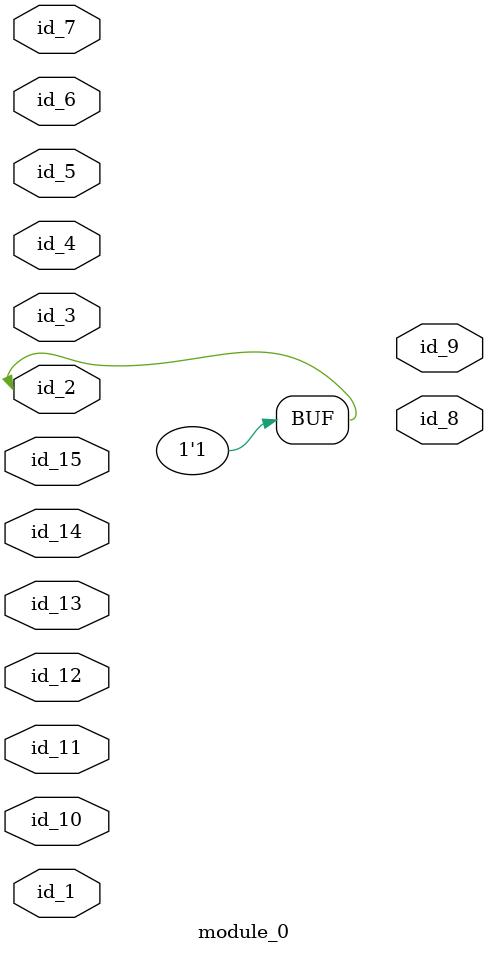
<source format=v>
module module_0 (
    id_1,
    id_2,
    id_3,
    id_4,
    id_5,
    id_6,
    id_7,
    id_8,
    id_9,
    id_10,
    id_11,
    id_12,
    id_13,
    id_14,
    id_15
);
  inout id_15;
  inout id_14;
  inout id_13;
  input id_12;
  inout id_11;
  inout id_10;
  output id_9;
  output id_8;
  input id_7;
  input id_6;
  input id_5;
  inout id_4;
  input id_3;
  inout id_2;
  input id_1;
  assign id_2 = 1;
endmodule

</source>
